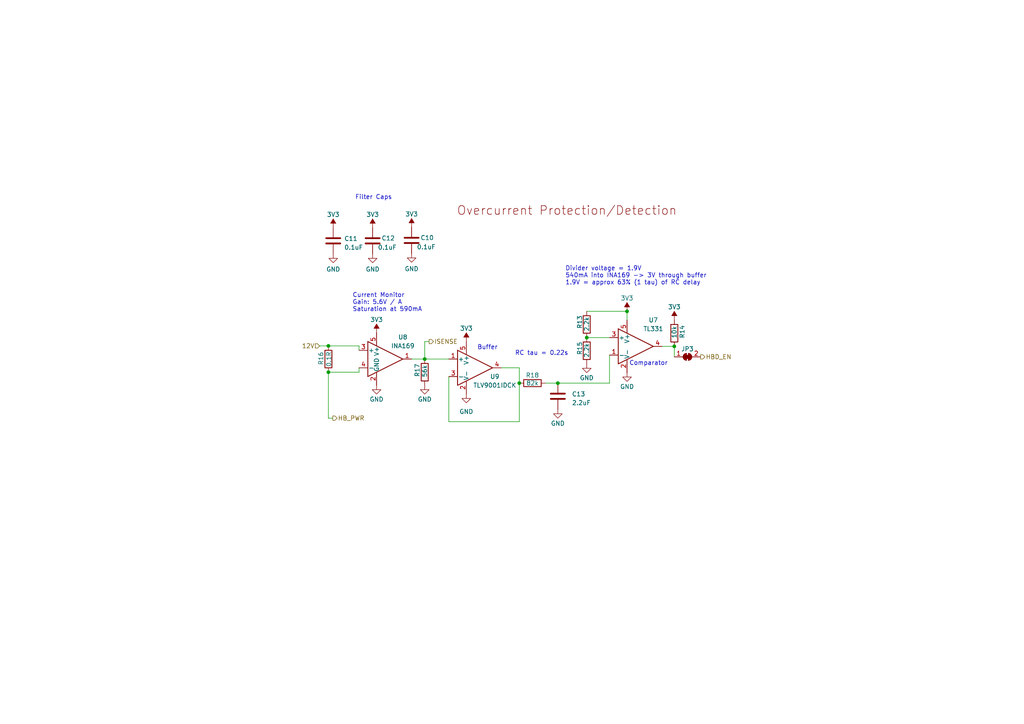
<source format=kicad_sch>
(kicad_sch (version 20231120) (generator "eeschema") (generator_version "8.0")
  (paper "A4")
  (lib_symbols
    (symbol "Amplifier_Current:INA169" (pin_names (offset 0.127))
      (property "Reference" "U5" (at 5.08 6.35 0))
      (property "Value" "INA169" (at 5.08 3.81 0))
      (symbol "INA169_1_1"
        (polyline (pts (xy -5.08 5.08) (xy 5.08 0) (xy -5.08 -5.08) (xy -5.08 5.08)) (stroke (width 0.254)))
        (pin output line (at 7.62 0 180) (length 2.54) (name "~") (number "1"))
        (pin power_in line (at -2.54 -7.62 90) (length 3.81) (name "GND") (number "2"))
        (pin input line (at -7.62 2.54 0) (length 2.54) (name "+") (number "3"))
        (pin input line (at -7.62 -2.54 0) (length 2.54) (name "-") (number "4"))
        (pin power_in line (at -2.54 7.62 270) (length 3.81) (name "V+") (number "5"))
      )
    )
    (symbol "Amplifier_Operational:TLV9001IDCK" (pin_names (offset 0.127))
      (property "Reference" "U6" (at 8.255 -2.54 0))
      (property "Value" "TLV9001IDCK" (at 8.255 -5.08 0))
      (symbol "TLV9001IDCK_1_1"
        (polyline (pts (xy -2.54 5.08) (xy -2.54 -5.08) (xy 7.62 0) (xy -2.54 5.08)) (stroke (width 0.254)))
        (pin input line (at -5.08 2.54 0) (length 2.54) (name "+") (number "1"))
        (pin power_in line (at 0 -7.62 90) (length 3.81) (name "V-") (number "2"))
        (pin input line (at -5.08 -2.54 0) (length 2.54) (name "-") (number "3"))
        (pin output line (at 10.16 0 180) (length 2.54) (name "~") (number "4"))
        (pin power_in line (at 0 7.62 270) (length 3.81) (name "V+") (number "5"))
      )
    )
    (symbol "Comparator:TL331" (pin_names (offset 0.127))
      (property "Reference" "U7" (at 5.08 7.62 0))
      (property "Value" "TL331" (at 5.08 5.08 0))
      (symbol "TL331_1_1"
        (polyline (pts (xy -5.08 5.08) (xy 5.08 0) (xy -5.08 -5.08) (xy -5.08 5.08)) (stroke (width 0.254)))
        (pin input line (at -7.62 -2.54 0) (length 2.54) (name "-") (number "1"))
        (pin power_in line (at -2.54 -7.62 90) (length 3.81) (name "V-") (number "2"))
        (pin input line (at -7.62 2.54 0) (length 2.54) (name "+") (number "3"))
        (pin open_collector line (at 7.62 0 180) (length 2.54) (name "~") (number "4"))
        (pin power_in line (at -2.54 7.62 270) (length 3.81) (name "V+") (number "5"))
      )
    )
    (symbol "Device:C" (pin_numbers hide) (pin_names (offset 0.254))
      (property "Reference" "C" (at 0.635 2.54 0))
      (property "Value" "C" (at 0.635 -2.54 0))
      (symbol "C_0_1"
        (polyline (pts (xy -2.032 -0.762) (xy 2.032 -0.762)) (stroke (width 0.508)))
        (polyline (pts (xy -2.032 0.762) (xy 2.032 0.762)) (stroke (width 0.508)))
      )
      (symbol "C_1_1"
        (pin passive line (at 0 3.81 270) (length 2.794) (name "~") (number "1"))
        (pin passive line (at 0 -3.81 90) (length 2.794) (name "~") (number "2"))
      )
    )
    (symbol "Device:R" (pin_numbers hide) (pin_names (offset 0))
      (property "Reference" "R" (at 2.032 0 90))
      (property "Value" "R" (at 0 0 90))
      (symbol "R_0_1"
        (rectangle (start -1.016 -2.54) (end 1.016 2.54) (stroke (width 0.254)))
      )
      (symbol "R_1_1"
        (pin passive line (at 0 3.81 270) (length 1.27) (name "~") (number "1"))
        (pin passive line (at 0 -3.81 90) (length 1.27) (name "~") (number "2"))
      )
    )
    (symbol "Jumper:SolderJumper_2_Bridged" (pin_names (offset 0) hide)
      (property "Reference" "JP" (at 0 2.032 0))
      (property "Value" "SolderJumper_2_Bridged" (at 0 -2.54 0))
      (symbol "SolderJumper_2_Bridged_0_1"
        (rectangle (start -0.508 0.508) (end 0.508 -0.508) (fill (type outline)))
        (arc (start -0.254 1.016) (mid -1.2656 0) (end -0.254 -1.016))
        (arc (start -0.254 1.016) (mid -1.2656 0) (end -0.254 -1.016) (fill (type outline)))
        (polyline (pts (xy -0.254 1.016) (xy -0.254 -1.016)))
        (polyline (pts (xy 0.254 1.016) (xy 0.254 -1.016)))
        (arc (start 0.254 -1.016) (mid 1.2656 0) (end 0.254 1.016))
        (arc (start 0.254 -1.016) (mid 1.2656 0) (end 0.254 1.016) (fill (type outline)))
      )
      (symbol "SolderJumper_2_Bridged_1_1"
        (pin passive line (at -3.81 0 0) (length 2.54) (name "A") (number "1"))
        (pin passive line (at 3.81 0 180) (length 2.54) (name "B") (number "2"))
      )
    )
    (symbol "power:GND" (power) (pin_names (offset 0))
      (property "Value" "GND" (at 0 -3.81 0))
      (symbol "GND_0_1"
        (polyline (pts (xy 0 0) (xy 0 -1.27) (xy 1.27 -1.27) (xy 0 -2.54) (xy -1.27 -1.27) (xy 0 -1.27)))
      )
      (symbol "GND_1_1"
        (pin power_in line (at 0 0 270) (length 0) hide (name "GND") (number "1"))
      )
    )
    (symbol "v12e_driver:3V3" (power) (pin_names (offset 0))
      (property "Value" "3V3" (at 0 3.81 0))
      (symbol "3V3_0_1"
        (polyline (pts (xy 0 0) (xy 0 2.54)))
        (polyline (pts (xy 0.762 1.27) (xy -0.762 1.27) (xy 0 2.54) (xy 0.762 1.27)) (fill (type outline)))
      )
      (symbol "3V3_1_1"
        (pin power_in line (at 0 0 90) (length 0) hide (name "3V3") (number "1"))
      )
    )
  )
  (junction (at 95.25 100.33))
  (junction (at 123.19 104.14))
  (junction (at 161.798 111.125))
  (junction (at 181.864 90.297))
  (junction (at 95.25 107.95))
  (junction (at 150.622 111.125))
  (junction (at 195.58 100.457))
  (junction (at 170.18 97.917))
  (wire (pts (xy 95.25 100.33) (xy 104.14 100.33)))
  (wire (pts (xy 150.622 111.125) (xy 150.622 106.68)))
  (wire (pts (xy 176.784 102.997) (xy 176.784 111.125)))
  (wire (pts (xy 150.622 111.125) (xy 150.622 122.301)))
  (wire (pts (xy 158.242 111.125) (xy 161.798 111.125)))
  (wire (pts (xy 130.175 122.301) (xy 150.622 122.301)))
  (wire (pts (xy 145.415 106.68) (xy 150.622 106.68)))
  (wire (pts (xy 161.798 111.125) (xy 176.784 111.125)))
  (wire (pts (xy 104.14 100.33) (xy 104.14 101.6)))
  (wire (pts (xy 95.25 121.285) (xy 96.52 121.285)))
  (wire (pts (xy 104.14 107.95) (xy 104.14 106.68)))
  (wire (pts (xy 119.38 104.14) (xy 123.19 104.14)))
  (wire (pts (xy 92.71 100.33) (xy 95.25 100.33)))
  (wire (pts (xy 170.18 90.297) (xy 181.864 90.297)))
  (wire (pts (xy 181.864 90.297) (xy 181.864 92.837)))
  (wire (pts (xy 123.19 99.06) (xy 124.46 99.06)))
  (wire (pts (xy 95.25 107.95) (xy 95.25 121.285)))
  (wire (pts (xy 130.175 109.22) (xy 130.175 122.301)))
  (wire (pts (xy 123.19 99.06) (xy 123.19 104.14)))
  (wire (pts (xy 192.024 100.457) (xy 195.58 100.457)))
  (wire (pts (xy 170.18 97.917) (xy 176.784 97.917)))
  (wire (pts (xy 95.25 107.95) (xy 104.14 107.95)))
  (wire (pts (xy 195.58 100.457) (xy 195.58 103.505)))
  (wire (pts (xy 123.19 104.14) (xy 130.175 104.14)))
  (text "Overcurrent Protection/Detection" (at 132.461 62.738 0) (effects (font (size 2.54 2.54)) (justify left bottom)))
  (text "Buffer" (at 138.43 101.6 0) (effects (font (size 1.27 1.27)) (justify left bottom)))
  (text "RC tau = 0.22s" (at 149.352 103.251 0) (effects (font (size 1.27 1.27)) (justify left bottom)))
  (text "Filter Caps" (at 102.997 58.039 0) (effects (font (size 1.27 1.27)) (justify left bottom)))
  (text "Divider voltage = 1.9V\n540mA into INA169 -> 3V through buffer\n1.9V = approx 63% (1 tau) of RC delay" (at 163.957 82.804 0) (effects (font (size 1.27 1.27)) (justify left bottom)))
  (text "Comparator" (at 182.499 106.172 0) (effects (font (size 1.27 1.27)) (justify left bottom)))
  (text "Current Monitor\nGain: 5.6V / A\nSaturation at 590mA" (at 102.235 90.551 0) (effects (font (size 1.27 1.27)) (justify left bottom)))
  (hierarchical_label "HBD_EN" (shape output) (at 203.2 103.505 0))
  (hierarchical_label "HB_PWR" (shape output) (at 96.52 121.285 0))
  (hierarchical_label "ISENSE" (shape output) (at 124.46 99.06 0))
  (hierarchical_label "12V" (shape input) (at 92.71 100.33 180))
  (symbol (lib_id "Amplifier_Current:INA169") (at 111.76 104.14 0) (unit 1)
    (property "Reference" "U8" (at 116.84 97.79 0))
    (property "Value" "INA169" (at 116.84 100.33 0))
    (property "Footprint" "Package_TO_SOT_SMD:SOT-23-5" (effects (hide yes)))
    (property "Datasheet" "http://www.ti.com/lit/ds/symlink/ina169.pdf" (effects (hide yes)))
    (property "JLCPCB Part #" "C44322" (effects (hide yes)))
  )
  (symbol (lib_id "Device:R") (at 170.18 94.107 180) (unit 1)
    (property "Reference" "R13" (at 168.148 95.377 90) (effects (justify right)))
    (property "Value" "2.2k" (at 170.18 96.139 90) (effects (justify right)))
    (property "Footprint" "Resistor_SMD:R_0402_1005Metric" (effects (hide yes)))
    (property "JLCPCB Part #" "C25879" (effects (hide yes)))
  )
  (symbol (lib_id "v12e_driver:3V3") (at 96.647 66.04 0) (unit 1)
    (property "Reference" "#PWR033" (effects (hide yes)))
    (property "Value" "3V3" (at 96.647 62.23 0))
  )
  (symbol (lib_id "Amplifier_Operational:TLV9001IDCK") (at 135.255 106.68 0) (unit 1)
    (property "Reference" "U9" (at 143.51 109.22 0))
    (property "Value" "TLV9001IDCK" (at 143.51 111.76 0))
    (property "Footprint" "Package_TO_SOT_SMD:SOT-353_SC-70-5" (effects (hide yes)))
    (property "Datasheet" "https://www.ti.com/lit/ds/symlink/tlv9001.pdf" (effects (hide yes)))
    (property "JLCPCB Part #" "C398362" (effects (hide yes)))
  )
  (symbol (lib_id "power:GND") (at 135.255 114.3 0) (unit 1)
    (property "Reference" "#PWR047" (effects (hide yes)))
    (property "Value" "GND" (at 135.255 119.38 0))
  )
  (symbol (lib_id "Device:R") (at 170.18 101.727 180) (unit 1)
    (property "Reference" "R15" (at 168.148 102.997 90) (effects (justify right)))
    (property "Value" "2.2k" (at 170.18 103.759 90) (effects (justify right)))
    (property "Footprint" "Resistor_SMD:R_0402_1005Metric" (effects (hide yes)))
    (property "JLCPCB Part #" "C25879" (effects (hide yes)))
  )
  (symbol (lib_id "power:GND") (at 108.077 73.66 0) (unit 1)
    (property "Reference" "#PWR037" (effects (hide yes)))
    (property "Value" "GND" (at 108.077 78.105 0))
  )
  (symbol (lib_id "Device:C") (at 96.647 69.85 0) (unit 1)
    (property "Reference" "C11" (at 99.822 69.215 0) (effects (justify left)))
    (property "Value" "0.1uF" (at 99.822 71.755 0) (effects (justify left)))
    (property "Footprint" "Capacitor_SMD:C_0402_1005Metric" (effects (hide yes)))
    (property "JLCPCB Part #" "C880603" (effects (hide yes)))
  )
  (symbol (lib_id "power:GND") (at 109.22 111.76 0) (unit 1)
    (property "Reference" "#PWR045" (effects (hide yes)))
    (property "Value" "GND" (at 109.22 115.824 0))
  )
  (symbol (lib_id "Device:C") (at 161.798 114.935 0) (unit 1)
    (property "Reference" "C13" (at 165.862 114.3 0) (effects (justify left)))
    (property "Value" "2.2uF" (at 165.862 116.84 0) (effects (justify left)))
    (property "Footprint" "Capacitor_SMD:C_0402_1005Metric" (effects (hide yes)))
    (property "JLCPCB Part #" "C12530" (effects (hide yes)))
  )
  (symbol (lib_id "Device:R") (at 154.432 111.125 270) (unit 1)
    (property "Reference" "R18" (at 154.432 108.839 90))
    (property "Value" "82k" (at 154.432 111.125 90))
    (property "Footprint" "Resistor_SMD:R_0402_1005Metric" (effects (hide yes)))
    (property "JLCPCB Part #" "C4142" (effects (hide yes)))
  )
  (symbol (lib_id "Jumper:SolderJumper_2_Bridged") (at 199.39 103.505 0) (unit 1) (in_bom no)
    (property "Reference" "JP3" (at 199.39 101.219 0))
    (property "Value" "SolderJumper_2_Bridged" (effects (hide yes)))
    (property "Footprint" "Jumper:SolderJumper-2_P1.3mm_Bridged_RoundedPad1.0x1.5mm" (effects (hide yes)))
  )
  (symbol (lib_id "power:GND") (at 170.18 105.537 0) (unit 1)
    (property "Reference" "#PWR043" (effects (hide yes)))
    (property "Value" "GND" (at 170.18 109.601 0))
  )
  (symbol (lib_id "Device:C") (at 108.077 69.85 0) (mirror y) (unit 1)
    (property "Reference" "C12" (at 114.554 69.088 0) (effects (justify left)))
    (property "Value" "0.1uF" (at 115.062 71.755 0) (effects (justify left)))
    (property "Footprint" "Capacitor_SMD:C_0402_1005Metric" (effects (hide yes)))
    (property "JLCPCB Part #" "C880603" (effects (hide yes)))
  )
  (symbol (lib_id "power:GND") (at 161.798 118.745 0) (unit 1)
    (property "Reference" "#PWR048" (effects (hide yes)))
    (property "Value" "GND" (at 161.798 122.809 0))
  )
  (symbol (lib_id "v12e_driver:3V3") (at 135.255 99.06 0) (unit 1)
    (property "Reference" "#PWR041" (effects (hide yes)))
    (property "Value" "3V3" (at 135.255 95.25 0))
  )
  (symbol (lib_id "power:GND") (at 119.38 73.533 0) (unit 1)
    (property "Reference" "#PWR035" (effects (hide yes)))
    (property "Value" "GND" (at 119.38 77.978 0))
  )
  (symbol (lib_id "v12e_driver:3V3") (at 181.864 90.297 0) (unit 1)
    (property "Reference" "#PWR038" (effects (hide yes)))
    (property "Value" "3V3" (at 181.864 86.487 0))
  )
  (symbol (lib_id "Device:C") (at 119.38 69.723 0) (mirror y) (unit 1)
    (property "Reference" "C10" (at 125.857 68.961 0) (effects (justify left)))
    (property "Value" "0.1uF" (at 126.365 71.628 0) (effects (justify left)))
    (property "Footprint" "Capacitor_SMD:C_0402_1005Metric" (effects (hide yes)))
    (property "JLCPCB Part #" "C880603" (effects (hide yes)))
  )
  (symbol (lib_id "Comparator:TL331") (at 184.404 100.457 0) (unit 1)
    (property "Reference" "U7" (at 189.484 92.837 0))
    (property "Value" "TL331" (at 189.484 95.377 0))
    (property "Footprint" "Package_TO_SOT_SMD:SOT-23-5" (effects (hide yes)))
    (property "Datasheet" "http://www.ti.com/lit/ds/symlink/tl331.pdf" (effects (hide yes)))
    (property "JLCPCB Part #" "C2877827" (effects (hide yes)))
  )
  (symbol (lib_id "v12e_driver:3V3") (at 109.22 96.52 0) (unit 1)
    (property "Reference" "#PWR040" (effects (hide yes)))
    (property "Value" "3V3" (at 109.22 92.71 0))
  )
  (symbol (lib_id "v12e_driver:3V3") (at 108.077 66.04 0) (unit 1)
    (property "Reference" "#PWR034" (effects (hide yes)))
    (property "Value" "3V3" (at 108.077 62.23 0))
  )
  (symbol (lib_id "v12e_driver:3V3") (at 119.38 65.913 0) (unit 1)
    (property "Reference" "#PWR032" (effects (hide yes)))
    (property "Value" "3V3" (at 119.38 62.103 0))
  )
  (symbol (lib_id "Device:R") (at 195.58 96.647 0) (unit 1)
    (property "Reference" "R14" (at 197.866 98.171 90) (effects (justify left)))
    (property "Value" "10k" (at 195.58 98.171 90) (effects (justify left)))
    (property "Footprint" "Resistor_SMD:R_0402_1005Metric" (effects (hide yes)))
    (property "JLCPCB Part #" "C25744" (effects (hide yes)))
  )
  (symbol (lib_id "Device:R") (at 123.19 107.95 180) (unit 1)
    (property "Reference" "R17" (at 121.031 109.347 90) (effects (justify right)))
    (property "Value" "56k" (at 123.19 109.474 90) (effects (justify right)))
    (property "Footprint" "Resistor_SMD:R_0402_1005Metric" (effects (hide yes)))
  )
  (symbol (lib_id "Device:R") (at 95.25 104.14 180) (unit 1)
    (property "Reference" "R16" (at 93.091 105.918 90) (effects (justify right)))
    (property "Value" "0.1R" (at 95.377 106.426 90) (effects (justify right)))
    (property "Footprint" "Resistor_SMD:R_1206_3216Metric" (effects (hide yes)))
    (property "JLCPCB Part #" "C25334" (effects (hide yes)))
  )
  (symbol (lib_id "power:GND") (at 96.647 73.66 0) (unit 1)
    (property "Reference" "#PWR036" (effects (hide yes)))
    (property "Value" "GND" (at 96.647 78.105 0))
  )
  (symbol (lib_id "power:GND") (at 123.19 111.76 0) (unit 1)
    (property "Reference" "#PWR046" (effects (hide yes)))
    (property "Value" "GND" (at 123.19 115.824 0))
  )
  (symbol (lib_id "v12e_driver:3V3") (at 195.58 92.837 0) (unit 1)
    (property "Reference" "#PWR039" (effects (hide yes)))
    (property "Value" "3V3" (at 195.58 89.027 0))
  )
  (symbol (lib_id "power:GND") (at 181.864 108.077 0) (unit 1)
    (property "Reference" "#PWR044" (effects (hide yes)))
    (property "Value" "GND" (at 181.864 112.141 0))
  )
)
</source>
